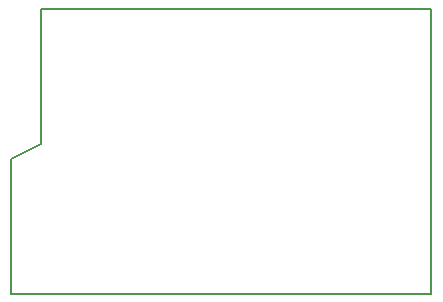
<source format=gbr>
G04 #@! TF.GenerationSoftware,KiCad,Pcbnew,(5.0.1-3-g963ef8bb5)*
G04 #@! TF.CreationDate,2019-02-13T22:27:56+01:00*
G04 #@! TF.ProjectId,main,6D61696E2E6B696361645F7063620000,rev?*
G04 #@! TF.SameCoordinates,Original*
G04 #@! TF.FileFunction,Profile,NP*
%FSLAX46Y46*%
G04 Gerber Fmt 4.6, Leading zero omitted, Abs format (unit mm)*
G04 Created by KiCad (PCBNEW (5.0.1-3-g963ef8bb5)) date 2019 February 13, Wednesday 22:27:56*
%MOMM*%
%LPD*%
G01*
G04 APERTURE LIST*
%ADD10C,0.150000*%
%ADD11C,0.200000*%
G04 APERTURE END LIST*
D10*
X71120000Y-104140000D02*
X71120000Y-92710000D01*
X68580000Y-105410000D02*
X71120000Y-104140000D01*
X68580000Y-116840000D02*
X68580000Y-105410000D01*
X71120000Y-116840000D02*
X68580000Y-116840000D01*
X104140000Y-116840000D02*
X71120000Y-116840000D01*
X71120000Y-92710000D02*
X104140000Y-92710000D01*
D11*
X104140000Y-92710000D02*
X104140000Y-116840000D01*
M02*

</source>
